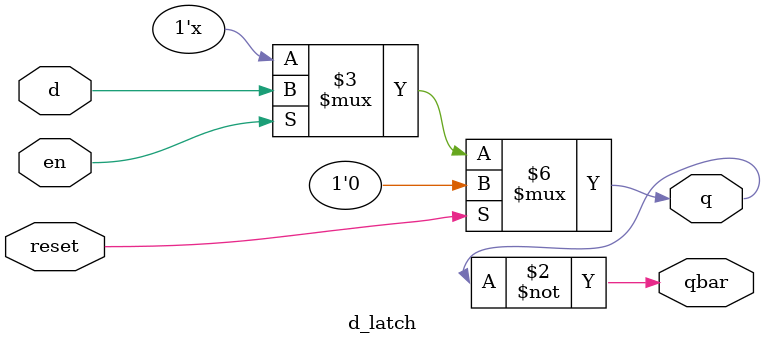
<source format=v>
module d_latch (
input d,
input reset,
input en,
output reg q,
output qbar
);
always @(*)begin
if (reset)

q <= 0;
else if (en)
q <= d;
end;
assign qbar=~q;
endmodule




</source>
